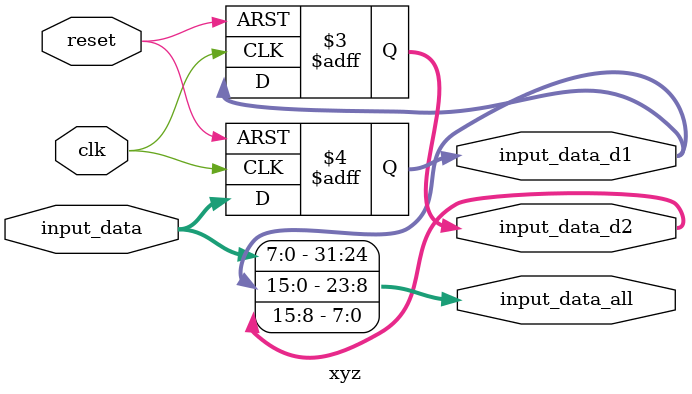
<source format=v>
module xyz#(
    parameter MAIN_TAP          = 2         ,   // 主抽头数
    parameter PRE_TAP           = 1         ,
    parameter POST_TAP          = 1         ,
    parameter TOTAL_TAP         = 1 * 4     ,   // 总抽头数
    parameter INPUT_DATA_WIDTH  = 8            // 输入数据数据位宽
)
(
    input wire clk,
    input wire reset,
    input wire     [INPUT_DATA_WIDTH * MAIN_TAP                    -1:0]           input_data               ,
    output reg     [INPUT_DATA_WIDTH * MAIN_TAP                    -1:0]           input_data_d1            ,   // 前一时刻的数据
    output reg     [INPUT_DATA_WIDTH * MAIN_TAP                    -1:0]           input_data_d2            ,   // 前前时刻的数据
    output wire    [INPUT_DATA_WIDTH * TOTAL_TAP                   -1:0]           input_data_all               // 输入数据的全体
);

    //-------------------保存三个节拍的数据----------------------//
    always @(posedge clk or posedge reset) begin
        if (reset)  input_data_d1   <=  'b0                                 ;
        else        input_data_d1   <=  input_data                          ;   // 保存当前节拍的数据
    end

    always @(posedge clk or posedge reset) begin
        if(reset)   input_data_d2   <=  'b0                                 ;
        else        input_data_d2   <=  input_data_d1                       ;   // 保存上一节拍的数据
    end

    assign input_data_all    =   {
        input_data      [0      +: INPUT_DATA_WIDTH * POST_TAP]                         ,   // 此时   大端[8 * POST_TAP-1 : 0]
        input_data_d1                                                                   ,   // 前-->接收到下一拍（也就是此时的）数据后，才能开始处理这个节拍的数据 [8 * MAIN_TAP -1:0] 
        input_data_d2   [INPUT_DATA_WIDTH * MAIN_TAP-1 -: INPUT_DATA_WIDTH * PRE_TAP]       // 前前  大端[8 * PRE_TAP-1:0]
    };
 
    endmodule

</source>
